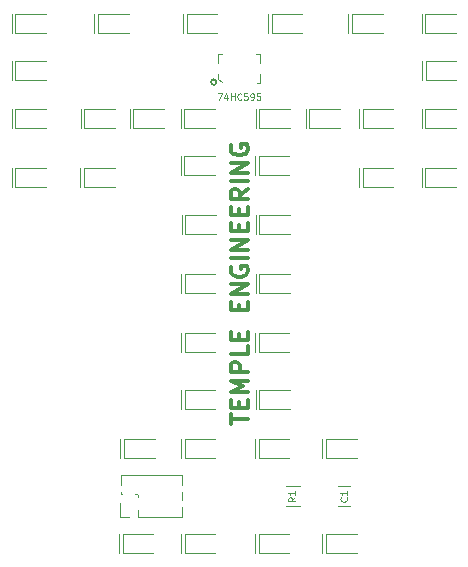
<source format=gbr>
G04 #@! TF.GenerationSoftware,KiCad,Pcbnew,(5.0.0)*
G04 #@! TF.CreationDate,2019-08-28T15:04:53-04:00*
G04 #@! TF.ProjectId,Tiny-er T,54696E792D657220542E6B696361645F,rev?*
G04 #@! TF.SameCoordinates,Original*
G04 #@! TF.FileFunction,Legend,Top*
G04 #@! TF.FilePolarity,Positive*
%FSLAX46Y46*%
G04 Gerber Fmt 4.6, Leading zero omitted, Abs format (unit mm)*
G04 Created by KiCad (PCBNEW (5.0.0)) date 08/28/19 15:04:53*
%MOMM*%
%LPD*%
G01*
G04 APERTURE LIST*
%ADD10C,0.300000*%
%ADD11C,0.120000*%
%ADD12C,0.100000*%
%ADD13C,0.127000*%
%ADD14C,0.050000*%
G04 APERTURE END LIST*
D10*
X109278571Y-111928571D02*
X109278571Y-111071428D01*
X110778571Y-111500000D02*
X109278571Y-111500000D01*
X109992857Y-110571428D02*
X109992857Y-110071428D01*
X110778571Y-109857142D02*
X110778571Y-110571428D01*
X109278571Y-110571428D01*
X109278571Y-109857142D01*
X110778571Y-109214285D02*
X109278571Y-109214285D01*
X110350000Y-108714285D01*
X109278571Y-108214285D01*
X110778571Y-108214285D01*
X110778571Y-107500000D02*
X109278571Y-107500000D01*
X109278571Y-106928571D01*
X109350000Y-106785714D01*
X109421428Y-106714285D01*
X109564285Y-106642857D01*
X109778571Y-106642857D01*
X109921428Y-106714285D01*
X109992857Y-106785714D01*
X110064285Y-106928571D01*
X110064285Y-107500000D01*
X110778571Y-105285714D02*
X110778571Y-106000000D01*
X109278571Y-106000000D01*
X109992857Y-104785714D02*
X109992857Y-104285714D01*
X110778571Y-104071428D02*
X110778571Y-104785714D01*
X109278571Y-104785714D01*
X109278571Y-104071428D01*
X109992857Y-102285714D02*
X109992857Y-101785714D01*
X110778571Y-101571428D02*
X110778571Y-102285714D01*
X109278571Y-102285714D01*
X109278571Y-101571428D01*
X110778571Y-100928571D02*
X109278571Y-100928571D01*
X110778571Y-100071428D01*
X109278571Y-100071428D01*
X109350000Y-98571428D02*
X109278571Y-98714285D01*
X109278571Y-98928571D01*
X109350000Y-99142857D01*
X109492857Y-99285714D01*
X109635714Y-99357142D01*
X109921428Y-99428571D01*
X110135714Y-99428571D01*
X110421428Y-99357142D01*
X110564285Y-99285714D01*
X110707142Y-99142857D01*
X110778571Y-98928571D01*
X110778571Y-98785714D01*
X110707142Y-98571428D01*
X110635714Y-98500000D01*
X110135714Y-98500000D01*
X110135714Y-98785714D01*
X110778571Y-97857142D02*
X109278571Y-97857142D01*
X110778571Y-97142857D02*
X109278571Y-97142857D01*
X110778571Y-96285714D01*
X109278571Y-96285714D01*
X109992857Y-95571428D02*
X109992857Y-95071428D01*
X110778571Y-94857142D02*
X110778571Y-95571428D01*
X109278571Y-95571428D01*
X109278571Y-94857142D01*
X109992857Y-94214285D02*
X109992857Y-93714285D01*
X110778571Y-93500000D02*
X110778571Y-94214285D01*
X109278571Y-94214285D01*
X109278571Y-93500000D01*
X110778571Y-92000000D02*
X110064285Y-92500000D01*
X110778571Y-92857142D02*
X109278571Y-92857142D01*
X109278571Y-92285714D01*
X109350000Y-92142857D01*
X109421428Y-92071428D01*
X109564285Y-92000000D01*
X109778571Y-92000000D01*
X109921428Y-92071428D01*
X109992857Y-92142857D01*
X110064285Y-92285714D01*
X110064285Y-92857142D01*
X110778571Y-91357142D02*
X109278571Y-91357142D01*
X110778571Y-90642857D02*
X109278571Y-90642857D01*
X110778571Y-89785714D01*
X109278571Y-89785714D01*
X109350000Y-88285714D02*
X109278571Y-88428571D01*
X109278571Y-88642857D01*
X109350000Y-88857142D01*
X109492857Y-89000000D01*
X109635714Y-89071428D01*
X109921428Y-89142857D01*
X110135714Y-89142857D01*
X110421428Y-89071428D01*
X110564285Y-89000000D01*
X110707142Y-88857142D01*
X110778571Y-88642857D01*
X110778571Y-88500000D01*
X110707142Y-88285714D01*
X110635714Y-88214285D01*
X110135714Y-88214285D01*
X110135714Y-88500000D01*
D11*
G04 #@! TO.C,D1*
X91050000Y-90200000D02*
X91050000Y-91800000D01*
X91050000Y-91800000D02*
X93650000Y-91800000D01*
X91050000Y-90200000D02*
X93650000Y-90200000D01*
D12*
X90750000Y-91800000D02*
X90750000Y-90200000D01*
D11*
G04 #@! TO.C,D2*
X91050000Y-85200000D02*
X91050000Y-86800000D01*
X91050000Y-86800000D02*
X93650000Y-86800000D01*
X91050000Y-85200000D02*
X93650000Y-85200000D01*
D12*
X90750000Y-86800000D02*
X90750000Y-85200000D01*
D11*
G04 #@! TO.C,D3*
X91050000Y-81200000D02*
X91050000Y-82800000D01*
X91050000Y-82800000D02*
X93650000Y-82800000D01*
X91050000Y-81200000D02*
X93650000Y-81200000D01*
D12*
X90750000Y-82800000D02*
X90750000Y-81200000D01*
D11*
G04 #@! TO.C,D4*
X91050000Y-77200000D02*
X91050000Y-78800000D01*
X91050000Y-78800000D02*
X93650000Y-78800000D01*
X91050000Y-77200000D02*
X93650000Y-77200000D01*
D12*
X90750000Y-78800000D02*
X90750000Y-77200000D01*
D11*
G04 #@! TO.C,D5*
X98050000Y-77200000D02*
X98050000Y-78800000D01*
X98050000Y-78800000D02*
X100650000Y-78800000D01*
X98050000Y-77200000D02*
X100650000Y-77200000D01*
D12*
X97750000Y-78800000D02*
X97750000Y-77200000D01*
D11*
G04 #@! TO.C,D6*
X105550000Y-77200000D02*
X105550000Y-78800000D01*
X105550000Y-78800000D02*
X108150000Y-78800000D01*
X105550000Y-77200000D02*
X108150000Y-77200000D01*
D12*
X105250000Y-78800000D02*
X105250000Y-77200000D01*
D11*
G04 #@! TO.C,D7*
X112750000Y-77200000D02*
X112750000Y-78800000D01*
X112750000Y-78800000D02*
X115350000Y-78800000D01*
X112750000Y-77200000D02*
X115350000Y-77200000D01*
D12*
X112450000Y-78800000D02*
X112450000Y-77200000D01*
D11*
G04 #@! TO.C,D8*
X119550000Y-77200000D02*
X119550000Y-78800000D01*
X119550000Y-78800000D02*
X122150000Y-78800000D01*
X119550000Y-77200000D02*
X122150000Y-77200000D01*
D12*
X119250000Y-78800000D02*
X119250000Y-77200000D01*
D11*
G04 #@! TO.C,D9*
X125750000Y-77200000D02*
X125750000Y-78800000D01*
X125750000Y-78800000D02*
X128350000Y-78800000D01*
X125750000Y-77200000D02*
X128350000Y-77200000D01*
D12*
X125450000Y-78800000D02*
X125450000Y-77200000D01*
D11*
G04 #@! TO.C,D10*
X125800000Y-81200000D02*
X125800000Y-82800000D01*
X125800000Y-82800000D02*
X128400000Y-82800000D01*
X125800000Y-81200000D02*
X128400000Y-81200000D01*
D12*
X125500000Y-82800000D02*
X125500000Y-81200000D01*
D11*
G04 #@! TO.C,D11*
X125750000Y-85200000D02*
X125750000Y-86800000D01*
X125750000Y-86800000D02*
X128350000Y-86800000D01*
X125750000Y-85200000D02*
X128350000Y-85200000D01*
D12*
X125450000Y-86800000D02*
X125450000Y-85200000D01*
D11*
G04 #@! TO.C,D12*
X125750000Y-90200000D02*
X125750000Y-91800000D01*
X125750000Y-91800000D02*
X128350000Y-91800000D01*
X125750000Y-90200000D02*
X128350000Y-90200000D01*
D12*
X125450000Y-91800000D02*
X125450000Y-90200000D01*
D11*
G04 #@! TO.C,D13*
X120450000Y-90200000D02*
X120450000Y-91800000D01*
X120450000Y-91800000D02*
X123050000Y-91800000D01*
X120450000Y-90200000D02*
X123050000Y-90200000D01*
D12*
X120150000Y-91800000D02*
X120150000Y-90200000D01*
D11*
G04 #@! TO.C,D14*
X120450000Y-85200000D02*
X120450000Y-86800000D01*
X120450000Y-86800000D02*
X123050000Y-86800000D01*
X120450000Y-85200000D02*
X123050000Y-85200000D01*
D12*
X120150000Y-86800000D02*
X120150000Y-85200000D01*
D11*
G04 #@! TO.C,D15*
X115950000Y-85200000D02*
X115950000Y-86800000D01*
X115950000Y-86800000D02*
X118550000Y-86800000D01*
X115950000Y-85200000D02*
X118550000Y-85200000D01*
D12*
X115650000Y-86800000D02*
X115650000Y-85200000D01*
D11*
G04 #@! TO.C,D16*
X111700000Y-85200000D02*
X111700000Y-86800000D01*
X111700000Y-86800000D02*
X114300000Y-86800000D01*
X111700000Y-85200000D02*
X114300000Y-85200000D01*
D12*
X111400000Y-86800000D02*
X111400000Y-85200000D01*
D11*
G04 #@! TO.C,D17*
X111650000Y-89200000D02*
X111650000Y-90800000D01*
X111650000Y-90800000D02*
X114250000Y-90800000D01*
X111650000Y-89200000D02*
X114250000Y-89200000D01*
D12*
X111350000Y-90800000D02*
X111350000Y-89200000D01*
D11*
G04 #@! TO.C,D18*
X111700000Y-94200000D02*
X111700000Y-95800000D01*
X111700000Y-95800000D02*
X114300000Y-95800000D01*
X111700000Y-94200000D02*
X114300000Y-94200000D01*
D12*
X111400000Y-95800000D02*
X111400000Y-94200000D01*
D11*
G04 #@! TO.C,D19*
X111700000Y-99200000D02*
X111700000Y-100800000D01*
X111700000Y-100800000D02*
X114300000Y-100800000D01*
X111700000Y-99200000D02*
X114300000Y-99200000D01*
D12*
X111400000Y-100800000D02*
X111400000Y-99200000D01*
D11*
G04 #@! TO.C,D20*
X111650000Y-104200000D02*
X111650000Y-105800000D01*
X111650000Y-105800000D02*
X114250000Y-105800000D01*
X111650000Y-104200000D02*
X114250000Y-104200000D01*
D12*
X111350000Y-105800000D02*
X111350000Y-104200000D01*
D11*
G04 #@! TO.C,D21*
X111700000Y-109000000D02*
X111700000Y-110600000D01*
X111700000Y-110600000D02*
X114300000Y-110600000D01*
X111700000Y-109000000D02*
X114300000Y-109000000D01*
D12*
X111400000Y-110600000D02*
X111400000Y-109000000D01*
D11*
G04 #@! TO.C,D22*
X111650000Y-113200000D02*
X111650000Y-114800000D01*
X111650000Y-114800000D02*
X114250000Y-114800000D01*
X111650000Y-113200000D02*
X114250000Y-113200000D01*
D12*
X111350000Y-114800000D02*
X111350000Y-113200000D01*
D11*
G04 #@! TO.C,D23*
X117350000Y-113200000D02*
X117350000Y-114800000D01*
X117350000Y-114800000D02*
X119950000Y-114800000D01*
X117350000Y-113200000D02*
X119950000Y-113200000D01*
D12*
X117050000Y-114800000D02*
X117050000Y-113200000D01*
D11*
G04 #@! TO.C,D24*
X117350000Y-121200000D02*
X117350000Y-122800000D01*
X117350000Y-122800000D02*
X119950000Y-122800000D01*
X117350000Y-121200000D02*
X119950000Y-121200000D01*
D12*
X117050000Y-122800000D02*
X117050000Y-121200000D01*
D11*
G04 #@! TO.C,D25*
X111650000Y-121200000D02*
X111650000Y-122800000D01*
X111650000Y-122800000D02*
X114250000Y-122800000D01*
X111650000Y-121200000D02*
X114250000Y-121200000D01*
D12*
X111350000Y-122800000D02*
X111350000Y-121200000D01*
D11*
G04 #@! TO.C,D26*
X105400000Y-121200000D02*
X105400000Y-122800000D01*
X105400000Y-122800000D02*
X108000000Y-122800000D01*
X105400000Y-121200000D02*
X108000000Y-121200000D01*
D12*
X105100000Y-122800000D02*
X105100000Y-121200000D01*
D11*
G04 #@! TO.C,D27*
X100150000Y-121200000D02*
X100150000Y-122800000D01*
X100150000Y-122800000D02*
X102750000Y-122800000D01*
X100150000Y-121200000D02*
X102750000Y-121200000D01*
D12*
X99850000Y-122800000D02*
X99850000Y-121200000D01*
D11*
G04 #@! TO.C,D28*
X100250000Y-113200000D02*
X100250000Y-114800000D01*
X100250000Y-114800000D02*
X102850000Y-114800000D01*
X100250000Y-113200000D02*
X102850000Y-113200000D01*
D12*
X99950000Y-114800000D02*
X99950000Y-113200000D01*
D11*
G04 #@! TO.C,D29*
X105400000Y-113200000D02*
X105400000Y-114800000D01*
X105400000Y-114800000D02*
X108000000Y-114800000D01*
X105400000Y-113200000D02*
X108000000Y-113200000D01*
D12*
X105100000Y-114800000D02*
X105100000Y-113200000D01*
D11*
G04 #@! TO.C,D30*
X105400000Y-109000000D02*
X105400000Y-110600000D01*
X105400000Y-110600000D02*
X108000000Y-110600000D01*
X105400000Y-109000000D02*
X108000000Y-109000000D01*
D12*
X105100000Y-110600000D02*
X105100000Y-109000000D01*
D11*
G04 #@! TO.C,D31*
X105400000Y-104200000D02*
X105400000Y-105800000D01*
X105400000Y-105800000D02*
X108000000Y-105800000D01*
X105400000Y-104200000D02*
X108000000Y-104200000D01*
D12*
X105100000Y-105800000D02*
X105100000Y-104200000D01*
D11*
G04 #@! TO.C,D32*
X105400000Y-99200000D02*
X105400000Y-100800000D01*
X105400000Y-100800000D02*
X108000000Y-100800000D01*
X105400000Y-99200000D02*
X108000000Y-99200000D01*
D12*
X105100000Y-100800000D02*
X105100000Y-99200000D01*
D11*
G04 #@! TO.C,D33*
X105450000Y-94200000D02*
X105450000Y-95800000D01*
X105450000Y-95800000D02*
X108050000Y-95800000D01*
X105450000Y-94200000D02*
X108050000Y-94200000D01*
D12*
X105150000Y-95800000D02*
X105150000Y-94200000D01*
D11*
G04 #@! TO.C,D34*
X105350000Y-89200000D02*
X105350000Y-90800000D01*
X105350000Y-90800000D02*
X107950000Y-90800000D01*
X105350000Y-89200000D02*
X107950000Y-89200000D01*
D12*
X105050000Y-90800000D02*
X105050000Y-89200000D01*
D11*
G04 #@! TO.C,D35*
X105350000Y-85200000D02*
X105350000Y-86800000D01*
X105350000Y-86800000D02*
X107950000Y-86800000D01*
X105350000Y-85200000D02*
X107950000Y-85200000D01*
D12*
X105050000Y-86800000D02*
X105050000Y-85200000D01*
D11*
G04 #@! TO.C,D36*
X101050000Y-85200000D02*
X101050000Y-86800000D01*
X101050000Y-86800000D02*
X103650000Y-86800000D01*
X101050000Y-85200000D02*
X103650000Y-85200000D01*
D12*
X100750000Y-86800000D02*
X100750000Y-85200000D01*
D11*
G04 #@! TO.C,D37*
X96900000Y-85200000D02*
X96900000Y-86800000D01*
X96900000Y-86800000D02*
X99500000Y-86800000D01*
X96900000Y-85200000D02*
X99500000Y-85200000D01*
D12*
X96600000Y-86800000D02*
X96600000Y-85200000D01*
D11*
G04 #@! TO.C,D38*
X96850000Y-90200000D02*
X96850000Y-91800000D01*
X96850000Y-91800000D02*
X99450000Y-91800000D01*
X96850000Y-90200000D02*
X99450000Y-90200000D01*
D12*
X96550000Y-91800000D02*
X96550000Y-90200000D01*
D11*
G04 #@! TO.C,R1*
X113950000Y-117120000D02*
X115150000Y-117120000D01*
X115150000Y-118880000D02*
X113950000Y-118880000D01*
G04 #@! TO.C,J2*
X105165000Y-119730000D02*
X105165000Y-118907530D01*
X105165000Y-117022470D02*
X105165000Y-116200000D01*
X105165000Y-118292470D02*
X105165000Y-117637530D01*
X101420000Y-119730000D02*
X105165000Y-119730000D01*
X99965000Y-116200000D02*
X105165000Y-116200000D01*
X101420000Y-119730000D02*
X101420000Y-119163471D01*
X101420000Y-118036529D02*
X101420000Y-117893471D01*
X101366529Y-117840000D02*
X101223471Y-117840000D01*
X100096529Y-117840000D02*
X99965000Y-117840000D01*
X99965000Y-117840000D02*
X99965000Y-117637530D01*
X99965000Y-117022470D02*
X99965000Y-116200000D01*
X100660000Y-119730000D02*
X99900000Y-119730000D01*
X99900000Y-119730000D02*
X99900000Y-118600000D01*
D12*
G04 #@! TO.C,U2*
X108250000Y-82700000D02*
X108525000Y-82975000D01*
X108250000Y-82275000D02*
X108250000Y-82700000D01*
X108250000Y-81350000D02*
X108250000Y-81325000D01*
X108250000Y-80550000D02*
X108250000Y-81350000D01*
X108525000Y-80550000D02*
X108250000Y-80550000D01*
X111750000Y-80550000D02*
X111450000Y-80550000D01*
X111750000Y-81325000D02*
X111750000Y-80550000D01*
X111750000Y-83050000D02*
X111750000Y-82275000D01*
X111475000Y-83050000D02*
X111750000Y-83050000D01*
D13*
X108085850Y-82950000D02*
G75*
G03X108085850Y-82950000I-235850J0D01*
G01*
D11*
G04 #@! TO.C,C1*
X118400000Y-118850000D02*
X119400000Y-118850000D01*
X119400000Y-117150000D02*
X118400000Y-117150000D01*
G04 #@! TO.C,R1*
D12*
X114771428Y-118100000D02*
X114485714Y-118300000D01*
X114771428Y-118442857D02*
X114171428Y-118442857D01*
X114171428Y-118214285D01*
X114200000Y-118157142D01*
X114228571Y-118128571D01*
X114285714Y-118100000D01*
X114371428Y-118100000D01*
X114428571Y-118128571D01*
X114457142Y-118157142D01*
X114485714Y-118214285D01*
X114485714Y-118442857D01*
X114771428Y-117528571D02*
X114771428Y-117871428D01*
X114771428Y-117700000D02*
X114171428Y-117700000D01*
X114257142Y-117757142D01*
X114314285Y-117814285D01*
X114342857Y-117871428D01*
G04 #@! TO.C,U2*
D14*
X108170498Y-83892857D02*
X108544411Y-83892857D01*
X108304038Y-84453726D01*
X108998448Y-84079813D02*
X108998448Y-84453726D01*
X108864907Y-83866149D02*
X108731367Y-84266770D01*
X109078572Y-84266770D01*
X109292236Y-84453726D02*
X109292236Y-83892857D01*
X109292236Y-84159937D02*
X109612733Y-84159937D01*
X109612733Y-84453726D02*
X109612733Y-83892857D01*
X110200310Y-84400310D02*
X110173602Y-84427018D01*
X110093478Y-84453726D01*
X110040062Y-84453726D01*
X109959937Y-84427018D01*
X109906521Y-84373602D01*
X109879813Y-84320186D01*
X109853105Y-84213354D01*
X109853105Y-84133229D01*
X109879813Y-84026397D01*
X109906521Y-83972981D01*
X109959937Y-83919565D01*
X110040062Y-83892857D01*
X110093478Y-83892857D01*
X110173602Y-83919565D01*
X110200310Y-83946273D01*
X110707763Y-83892857D02*
X110440682Y-83892857D01*
X110413974Y-84159937D01*
X110440682Y-84133229D01*
X110494098Y-84106521D01*
X110627639Y-84106521D01*
X110681055Y-84133229D01*
X110707763Y-84159937D01*
X110734471Y-84213354D01*
X110734471Y-84346894D01*
X110707763Y-84400310D01*
X110681055Y-84427018D01*
X110627639Y-84453726D01*
X110494098Y-84453726D01*
X110440682Y-84427018D01*
X110413974Y-84400310D01*
X111001551Y-84453726D02*
X111108383Y-84453726D01*
X111161800Y-84427018D01*
X111188508Y-84400310D01*
X111241924Y-84320186D01*
X111268632Y-84213354D01*
X111268632Y-83999689D01*
X111241924Y-83946273D01*
X111215216Y-83919565D01*
X111161800Y-83892857D01*
X111054967Y-83892857D01*
X111001551Y-83919565D01*
X110974843Y-83946273D01*
X110948135Y-83999689D01*
X110948135Y-84133229D01*
X110974843Y-84186645D01*
X111001551Y-84213354D01*
X111054967Y-84240062D01*
X111161800Y-84240062D01*
X111215216Y-84213354D01*
X111241924Y-84186645D01*
X111268632Y-84133229D01*
X111776085Y-83892857D02*
X111509004Y-83892857D01*
X111482296Y-84159937D01*
X111509004Y-84133229D01*
X111562420Y-84106521D01*
X111695961Y-84106521D01*
X111749377Y-84133229D01*
X111776085Y-84159937D01*
X111802793Y-84213354D01*
X111802793Y-84346894D01*
X111776085Y-84400310D01*
X111749377Y-84427018D01*
X111695961Y-84453726D01*
X111562420Y-84453726D01*
X111509004Y-84427018D01*
X111482296Y-84400310D01*
G04 #@! TO.C,C1*
D12*
X119114285Y-118100000D02*
X119142857Y-118128571D01*
X119171428Y-118214285D01*
X119171428Y-118271428D01*
X119142857Y-118357142D01*
X119085714Y-118414285D01*
X119028571Y-118442857D01*
X118914285Y-118471428D01*
X118828571Y-118471428D01*
X118714285Y-118442857D01*
X118657142Y-118414285D01*
X118600000Y-118357142D01*
X118571428Y-118271428D01*
X118571428Y-118214285D01*
X118600000Y-118128571D01*
X118628571Y-118100000D01*
X119171428Y-117528571D02*
X119171428Y-117871428D01*
X119171428Y-117700000D02*
X118571428Y-117700000D01*
X118657142Y-117757142D01*
X118714285Y-117814285D01*
X118742857Y-117871428D01*
G04 #@! TD*
M02*

</source>
